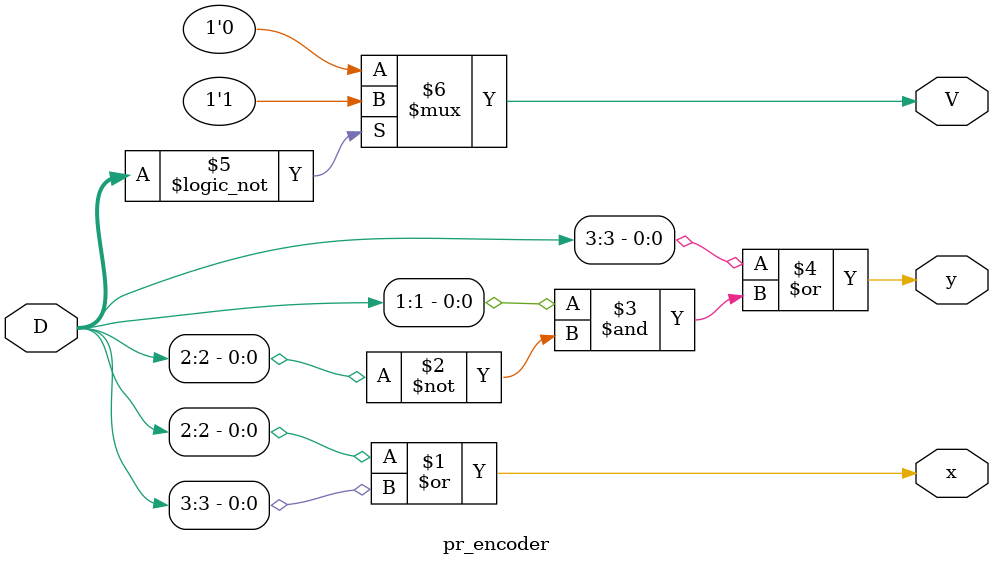
<source format=v>
module pr_encoder(D,x,y,V);
input [3:0] D;
output x, y, V;

assign x = D[2] | D[3];
assign y = D[3] | (D[1] & ~(D[2]));
assign V = (D==0) ? 1'b1 : 1'b0;

endmodule

</source>
